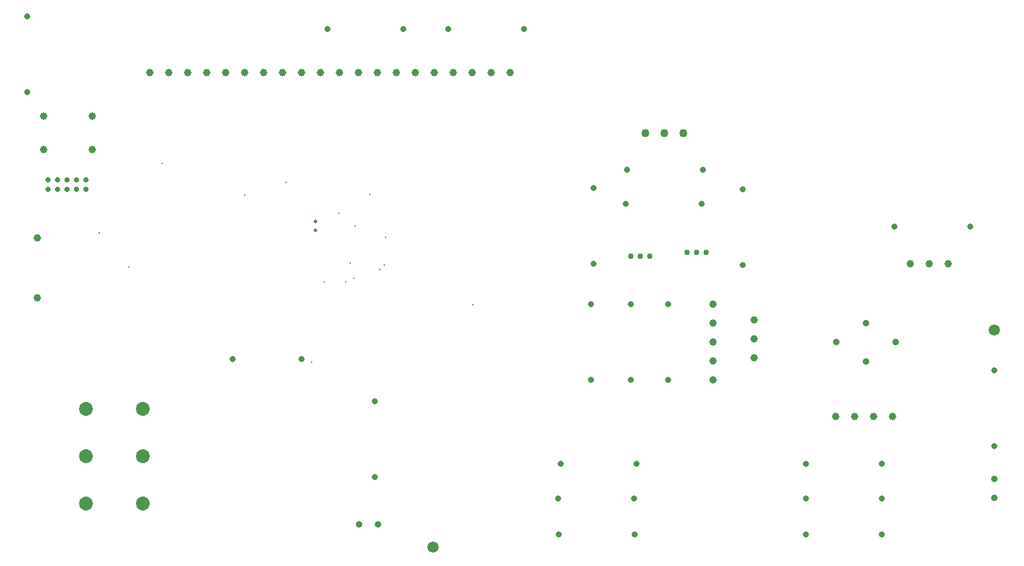
<source format=gbr>
%TF.GenerationSoftware,KiCad,Pcbnew,9.0.0*%
%TF.CreationDate,2025-05-12T01:47:40+10:00*%
%TF.ProjectId,Control_Unit,436f6e74-726f-46c5-9f55-6e69742e6b69,rev?*%
%TF.SameCoordinates,Original*%
%TF.FileFunction,Plated,1,2,PTH,Drill*%
%TF.FilePolarity,Positive*%
%FSLAX46Y46*%
G04 Gerber Fmt 4.6, Leading zero omitted, Abs format (unit mm)*
G04 Created by KiCad (PCBNEW 9.0.0) date 2025-05-12 01:47:40*
%MOMM*%
%LPD*%
G01*
G04 APERTURE LIST*
%TA.AperFunction,ViaDrill*%
%ADD10C,0.300000*%
%TD*%
%TA.AperFunction,ComponentDrill*%
%ADD11C,0.460000*%
%TD*%
%TA.AperFunction,ComponentDrill*%
%ADD12C,0.711200*%
%TD*%
%TA.AperFunction,ComponentDrill*%
%ADD13C,0.750000*%
%TD*%
%TA.AperFunction,ComponentDrill*%
%ADD14C,0.800000*%
%TD*%
%TA.AperFunction,ComponentDrill*%
%ADD15C,0.900000*%
%TD*%
%TA.AperFunction,ComponentDrill*%
%ADD16C,0.990600*%
%TD*%
%TA.AperFunction,ComponentDrill*%
%ADD17C,1.000000*%
%TD*%
%TA.AperFunction,ComponentDrill*%
%ADD18C,1.100000*%
%TD*%
%TA.AperFunction,ComponentDrill*%
%ADD19C,1.500000*%
%TD*%
%TA.AperFunction,ComponentDrill*%
%ADD20C,1.854200*%
%TD*%
G04 APERTURE END LIST*
D10*
X82152500Y-116001500D03*
X86129200Y-120538500D03*
X90581300Y-106717000D03*
X101570000Y-110950600D03*
X107126400Y-109220200D03*
X110565900Y-133330700D03*
X112302900Y-122581500D03*
X114178400Y-113388200D03*
X115141100Y-122593000D03*
X115778100Y-120084400D03*
X116216700Y-122112400D03*
X116404100Y-115063500D03*
X118344700Y-110853100D03*
X119698800Y-120921600D03*
X120341000Y-120287000D03*
X120460400Y-116563500D03*
X132155300Y-125658700D03*
D11*
%TO.C,Y1*%
X111051500Y-114478500D03*
X111051500Y-115648500D03*
D12*
%TO.C,J1*%
X75249000Y-108868500D03*
X75249000Y-110138500D03*
X76519000Y-108868500D03*
X76519000Y-110138500D03*
X77789000Y-108868500D03*
X77789000Y-110138500D03*
X79059000Y-108868500D03*
X79059000Y-110138500D03*
X80329000Y-108868500D03*
X80329000Y-110138500D03*
D13*
%TO.C,Q1*%
X153289000Y-119138500D03*
X154559000Y-119138500D03*
X155829000Y-119138500D03*
%TO.C,Q3*%
X160829000Y-118638500D03*
X162099000Y-118638500D03*
X163369000Y-118638500D03*
D14*
%TO.C,R11*%
X72500000Y-86920000D03*
X72500000Y-97080000D03*
%TO.C,D1*%
X99956200Y-132912200D03*
X109236200Y-132912200D03*
%TO.C,R22*%
X112725200Y-88620600D03*
%TO.C,R13*%
X119000000Y-138558500D03*
X119000000Y-148718500D03*
%TO.C,R22*%
X122885200Y-88620600D03*
%TO.C,R10*%
X128829000Y-88638500D03*
X138989000Y-88638500D03*
%TO.C,R7*%
X143594000Y-151638500D03*
%TO.C,R4*%
X143674000Y-156500000D03*
%TO.C,R5*%
X143920000Y-147000000D03*
%TO.C,R16*%
X148000000Y-125555300D03*
X148000000Y-135715300D03*
%TO.C,R18*%
X148329000Y-109978500D03*
X148329000Y-120138500D03*
%TO.C,R20*%
X152669000Y-112138500D03*
%TO.C,R19*%
X152829000Y-107500000D03*
%TO.C,R15*%
X153329000Y-125558500D03*
X153329000Y-135718500D03*
%TO.C,R7*%
X153754000Y-151638500D03*
%TO.C,R4*%
X153834000Y-156500000D03*
%TO.C,R5*%
X154080000Y-147000000D03*
%TO.C,R14*%
X158329000Y-125558500D03*
X158329000Y-135718500D03*
%TO.C,R20*%
X162829000Y-112138500D03*
%TO.C,R19*%
X162989000Y-107500000D03*
%TO.C,R21*%
X168329000Y-110138500D03*
X168329000Y-120298500D03*
%TO.C,R8*%
X176749000Y-147000000D03*
%TO.C,R6*%
X176749000Y-151638500D03*
%TO.C,R9*%
X176749000Y-156500000D03*
%TO.C,R8*%
X186909000Y-147000000D03*
%TO.C,R6*%
X186909000Y-151638500D03*
%TO.C,R9*%
X186909000Y-156500000D03*
%TO.C,R17*%
X188669000Y-115138500D03*
X198829000Y-115138500D03*
%TO.C,R12*%
X202000000Y-134420000D03*
X202000000Y-144580000D03*
D15*
%TO.C,LED2*%
X116960000Y-155138500D03*
X119500000Y-155138500D03*
%TO.C,U9*%
X180829000Y-130638500D03*
X184829000Y-128138500D03*
X184829000Y-133238500D03*
X188829000Y-130638500D03*
%TO.C,LED1*%
X202000000Y-149000000D03*
X202000000Y-151540000D03*
D16*
%TO.C,SW3*%
X74673499Y-100351499D03*
X74673499Y-104851500D03*
X81173500Y-100351499D03*
X81173500Y-104851500D03*
D17*
%TO.C,U3*%
X73829000Y-116688500D03*
X73829000Y-124688500D03*
%TO.C,U4*%
X88870000Y-94500000D03*
X91410000Y-94500000D03*
X93950000Y-94500000D03*
X96490000Y-94500000D03*
X99030000Y-94500000D03*
X101570000Y-94500000D03*
X104110000Y-94500000D03*
X106650000Y-94500000D03*
X109190000Y-94500000D03*
X111730000Y-94500000D03*
X114270000Y-94500000D03*
X116810000Y-94500000D03*
X119350000Y-94500000D03*
X121890000Y-94500000D03*
X124430000Y-94500000D03*
X126970000Y-94500000D03*
X129510000Y-94500000D03*
X132050000Y-94500000D03*
X134590000Y-94500000D03*
X137130000Y-94500000D03*
%TO.C,J5*%
X164329000Y-125598500D03*
X164329000Y-128138500D03*
X164329000Y-130678500D03*
X164329000Y-133218500D03*
X164329000Y-135758500D03*
%TO.C,J2*%
X169829000Y-127638500D03*
X169829000Y-130178500D03*
X169829000Y-132718500D03*
%TO.C,J4*%
X180789000Y-140638500D03*
X183329000Y-140638500D03*
X185869000Y-140638500D03*
X188409000Y-140638500D03*
%TO.C,J3*%
X190749000Y-120138500D03*
X193289000Y-120138500D03*
X195829000Y-120138500D03*
D18*
%TO.C,Q2*%
X155249000Y-102638500D03*
X157789000Y-102638500D03*
X160329000Y-102638500D03*
D19*
%TO.C,TP1*%
X126829000Y-158138500D03*
%TO.C,TP2*%
X202000000Y-129000000D03*
D20*
%TO.C,SW1*%
X80380000Y-139638500D03*
X80380000Y-145988500D03*
X80380000Y-152338500D03*
X88000000Y-139638500D03*
X88000000Y-145988500D03*
X88000000Y-152338500D03*
M02*

</source>
